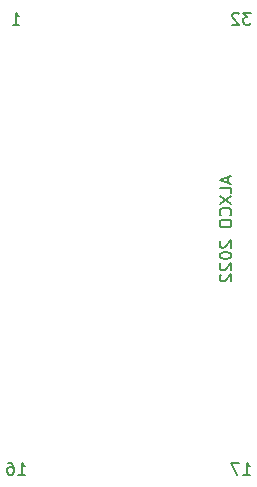
<source format=gbr>
%TF.GenerationSoftware,KiCad,Pcbnew,(5.1.7)-1*%
%TF.CreationDate,2022-03-21T18:16:10-03:00*%
%TF.ProjectId,ROMAdaptor,524f4d41-6461-4707-946f-722e6b696361,rev?*%
%TF.SameCoordinates,Original*%
%TF.FileFunction,Legend,Bot*%
%TF.FilePolarity,Positive*%
%FSLAX46Y46*%
G04 Gerber Fmt 4.6, Leading zero omitted, Abs format (unit mm)*
G04 Created by KiCad (PCBNEW (5.1.7)-1) date 2022-03-21 18:16:10*
%MOMM*%
%LPD*%
G01*
G04 APERTURE LIST*
%ADD10C,0.150000*%
G04 APERTURE END LIST*
D10*
X30194285Y-36012380D02*
X30765714Y-36012380D01*
X30480000Y-36012380D02*
X30480000Y-35012380D01*
X30575238Y-35155238D01*
X30670476Y-35250476D01*
X30765714Y-35298095D01*
X50339523Y-35012380D02*
X49720476Y-35012380D01*
X50053809Y-35393333D01*
X49910952Y-35393333D01*
X49815714Y-35440952D01*
X49768095Y-35488571D01*
X49720476Y-35583809D01*
X49720476Y-35821904D01*
X49768095Y-35917142D01*
X49815714Y-35964761D01*
X49910952Y-36012380D01*
X50196666Y-36012380D01*
X50291904Y-35964761D01*
X50339523Y-35917142D01*
X49339523Y-35107619D02*
X49291904Y-35060000D01*
X49196666Y-35012380D01*
X48958571Y-35012380D01*
X48863333Y-35060000D01*
X48815714Y-35107619D01*
X48768095Y-35202857D01*
X48768095Y-35298095D01*
X48815714Y-35440952D01*
X49387142Y-36012380D01*
X48768095Y-36012380D01*
X49720476Y-74112380D02*
X50291904Y-74112380D01*
X50006190Y-74112380D02*
X50006190Y-73112380D01*
X50101428Y-73255238D01*
X50196666Y-73350476D01*
X50291904Y-73398095D01*
X49387142Y-73112380D02*
X48720476Y-73112380D01*
X49149047Y-74112380D01*
X30670476Y-74112380D02*
X31241904Y-74112380D01*
X30956190Y-74112380D02*
X30956190Y-73112380D01*
X31051428Y-73255238D01*
X31146666Y-73350476D01*
X31241904Y-73398095D01*
X29813333Y-73112380D02*
X30003809Y-73112380D01*
X30099047Y-73160000D01*
X30146666Y-73207619D01*
X30241904Y-73350476D01*
X30289523Y-73540952D01*
X30289523Y-73921904D01*
X30241904Y-74017142D01*
X30194285Y-74064761D01*
X30099047Y-74112380D01*
X29908571Y-74112380D01*
X29813333Y-74064761D01*
X29765714Y-74017142D01*
X29718095Y-73921904D01*
X29718095Y-73683809D01*
X29765714Y-73588571D01*
X29813333Y-73540952D01*
X29908571Y-73493333D01*
X30099047Y-73493333D01*
X30194285Y-73540952D01*
X30241904Y-73588571D01*
X30289523Y-73683809D01*
X48426666Y-48911428D02*
X48426666Y-49387619D01*
X48712380Y-48816190D02*
X47712380Y-49149523D01*
X48712380Y-49482857D01*
X48712380Y-50292380D02*
X48712380Y-49816190D01*
X47712380Y-49816190D01*
X47712380Y-50530476D02*
X48712380Y-51197142D01*
X47712380Y-51197142D02*
X48712380Y-50530476D01*
X48617142Y-52149523D02*
X48664761Y-52101904D01*
X48712380Y-51959047D01*
X48712380Y-51863809D01*
X48664761Y-51720952D01*
X48569523Y-51625714D01*
X48474285Y-51578095D01*
X48283809Y-51530476D01*
X48140952Y-51530476D01*
X47950476Y-51578095D01*
X47855238Y-51625714D01*
X47760000Y-51720952D01*
X47712380Y-51863809D01*
X47712380Y-51959047D01*
X47760000Y-52101904D01*
X47807619Y-52149523D01*
X47712380Y-52768571D02*
X47712380Y-52959047D01*
X47760000Y-53054285D01*
X47855238Y-53149523D01*
X48045714Y-53197142D01*
X48379047Y-53197142D01*
X48569523Y-53149523D01*
X48664761Y-53054285D01*
X48712380Y-52959047D01*
X48712380Y-52768571D01*
X48664761Y-52673333D01*
X48569523Y-52578095D01*
X48379047Y-52530476D01*
X48045714Y-52530476D01*
X47855238Y-52578095D01*
X47760000Y-52673333D01*
X47712380Y-52768571D01*
X47807619Y-54340000D02*
X47760000Y-54387619D01*
X47712380Y-54482857D01*
X47712380Y-54720952D01*
X47760000Y-54816190D01*
X47807619Y-54863809D01*
X47902857Y-54911428D01*
X47998095Y-54911428D01*
X48140952Y-54863809D01*
X48712380Y-54292380D01*
X48712380Y-54911428D01*
X47712380Y-55530476D02*
X47712380Y-55625714D01*
X47760000Y-55720952D01*
X47807619Y-55768571D01*
X47902857Y-55816190D01*
X48093333Y-55863809D01*
X48331428Y-55863809D01*
X48521904Y-55816190D01*
X48617142Y-55768571D01*
X48664761Y-55720952D01*
X48712380Y-55625714D01*
X48712380Y-55530476D01*
X48664761Y-55435238D01*
X48617142Y-55387619D01*
X48521904Y-55340000D01*
X48331428Y-55292380D01*
X48093333Y-55292380D01*
X47902857Y-55340000D01*
X47807619Y-55387619D01*
X47760000Y-55435238D01*
X47712380Y-55530476D01*
X47807619Y-56244761D02*
X47760000Y-56292380D01*
X47712380Y-56387619D01*
X47712380Y-56625714D01*
X47760000Y-56720952D01*
X47807619Y-56768571D01*
X47902857Y-56816190D01*
X47998095Y-56816190D01*
X48140952Y-56768571D01*
X48712380Y-56197142D01*
X48712380Y-56816190D01*
X47807619Y-57197142D02*
X47760000Y-57244761D01*
X47712380Y-57340000D01*
X47712380Y-57578095D01*
X47760000Y-57673333D01*
X47807619Y-57720952D01*
X47902857Y-57768571D01*
X47998095Y-57768571D01*
X48140952Y-57720952D01*
X48712380Y-57149523D01*
X48712380Y-57768571D01*
M02*

</source>
